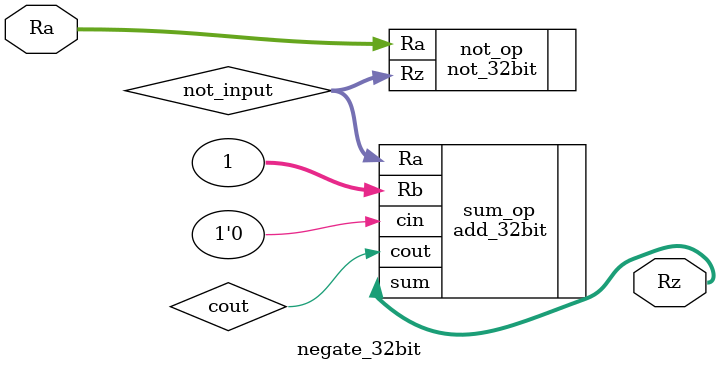
<source format=v>
module negate_32bit( input wire [31:1] Ra, output wire [31:0]Rz);
		wire [31:0]not_input;
		wire cout;
		not_32bit not_op(.Ra(Ra),.Rz(not_input));
		add_32bit sum_op(.Ra(not_input),.Rb(32'd1),.cin(1'd0),.sum(Rz),.cout(cout));
endmodule
		
		
		
</source>
